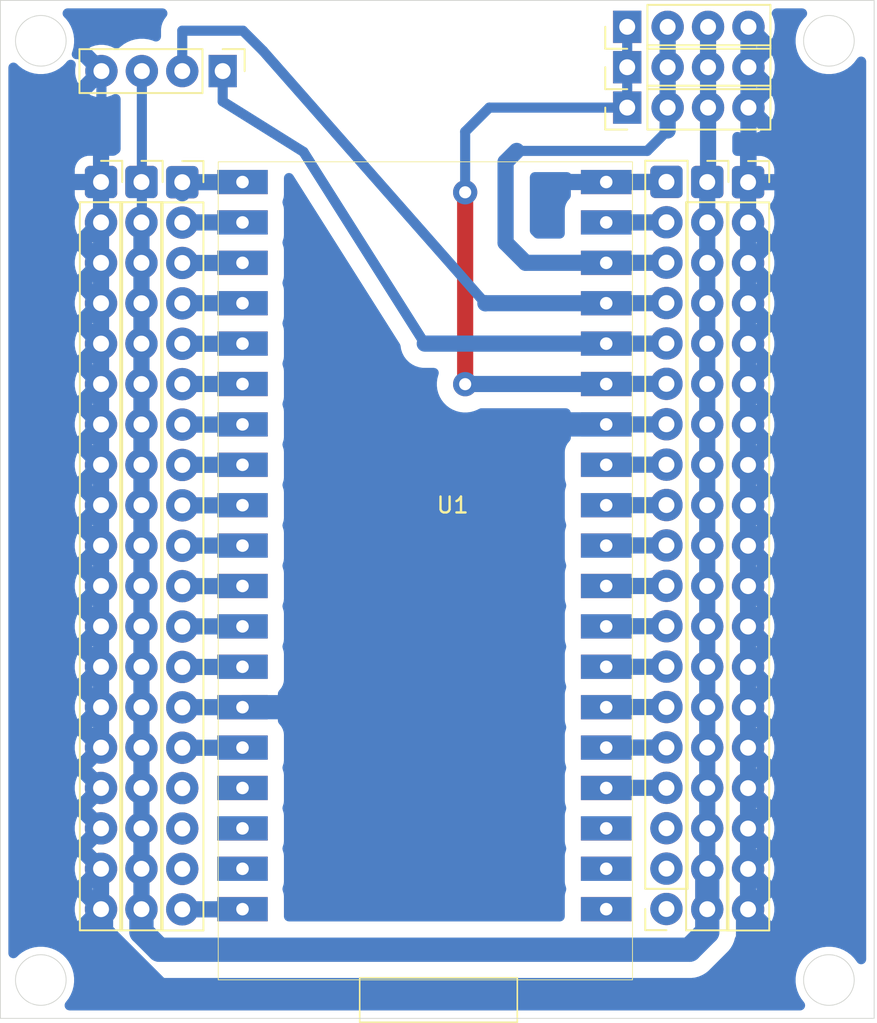
<source format=kicad_pcb>
(kicad_pcb (version 20241229) (generator "pcbnew") (generator_version "9.0")
  (layers (0 "F.Cu" signal) (2 "B.Cu" signal) (13 "F.Paste" user) (15 "B.Paste" user) (5 "F.SilkS" user "F.Silkscreen") (7 "B.SilkS" user "B.Silkscreen") (1 "F.Mask" user) (3 "B.Mask" user) (25 "Edge.Cuts" user))
  (net 0 "")
  (net 1 "SIG1")
  (net 2 "3V3")
  (net 3 "GND")
  (net 4 "SIG2")
  (net 5 "ADC1")
  (net 6 "ADC2")
  (net 7 "I2C_SDA")
  (net 8 "I2C_SCL")
  (net 9 "U0_RX")
  (net 10 "U0_TX")
  (net 11 "ADC3")
  (net 12 "SPI_CS")
  (net 13 "SPI_MOSI")
  (net 14 "SPI_SCK")
  (net 15 "SPI_MISO")
  (net 16 "ADC4")
  (net 17 "DAC1")
  (net 18 "DAC2")
  (net 19 "SPI2_MOSI")
  (net 20 "SPI2_MISO")
  (net 21 "SPI2_CS")
  (net 22 "SPI2_SCK")
  (net 28 "5V")
  (net 30 "IO34")
  (net 31 "IO35")
  (net 32 "IO32")
  (net 33 "IO33")
  (net 34 "SENSOR_VP")
  (net 35 "SENSOR_VN")
  (net 36 "EN")
  (footprint "ESP32-DEVKITC-32D:PinHeader_1x04_P2.54mm_Vertical_tight" (layer "F.Cu") (at 39.395 1.661 90)
    (property "Reference" "J8" (hide yes))
    (property "Value" "I2C3" (hide yes))
    (fp_line (start -1.38 -1.38) (end 0 -1.38) (stroke (width 0.12)) (layer "F.SilkS"))
    (fp_line (start -1.38 0) (end -1.38 -1.38) (stroke (width 0.12)) (layer "F.SilkS"))
    (fp_line (start 1.38 1.27) (end 1.38 9) (stroke (width 0.12)) (layer "F.SilkS"))
    (fp_line (start -1.38 1.27) (end 1.38 1.27) (stroke (width 0.12)) (layer "F.SilkS"))
    (fp_line (start -1.38 1.27) (end -1.38 9) (stroke (width 0.12)) (layer "F.SilkS"))
    (fp_line (start -1.38 9) (end 1.38 9) (stroke (width 0.12)) (layer "F.SilkS"))
    (pad "1" thru_hole rect (at 0 0 90) (size 2.032 1.778) (drill 1) (layers "*.Cu" "*.Mask") (net 7 "I2C_SDA"))
    (pad "2" thru_hole circle (at 0 2.54 90) (size 2.032 2.032) (drill 1) (layers "*.Cu" "*.Mask") (net 8 "I2C_SCL"))
    (pad "3" thru_hole circle (at 0 5.08 90) (size 2.032 2.032) (drill 1) (layers "*.Cu" "*.Mask") (net 2 "3V3"))
    (pad "4" thru_hole circle (at 0 7.62 90) (size 2.032 2.032) (drill 1) (layers "*.Cu" "*.Mask") (net 3 "GND"))
  )
  (footprint "ESP32-DEVKITC-32D:PinHeader_1x04_P2.54mm_Vertical_tight" (layer "F.Cu") (at 39.395 6.741 90)
    (property "Reference" "J6" (hide yes))
    (property "Value" "I2C1" (hide yes))
    (fp_line (start -1.38 -1.38) (end 0 -1.38) (stroke (width 0.12)) (layer "F.SilkS"))
    (fp_line (start -1.38 0) (end -1.38 -1.38) (stroke (width 0.12)) (layer "F.SilkS"))
    (fp_line (start 1.38 1.27) (end 1.38 9) (stroke (width 0.12)) (layer "F.SilkS"))
    (fp_line (start -1.38 1.27) (end 1.38 1.27) (stroke (width 0.12)) (layer "F.SilkS"))
    (fp_line (start -1.38 1.27) (end -1.38 9) (stroke (width 0.12)) (layer "F.SilkS"))
    (fp_line (start -1.38 9) (end 1.38 9) (stroke (width 0.12)) (layer "F.SilkS"))
    (pad "1" thru_hole rect (at 0 0 90) (size 2.032 1.778) (drill 1) (layers "*.Cu" "*.Mask") (net 7 "I2C_SDA"))
    (pad "2" thru_hole circle (at 0 2.54 90) (size 2.032 2.032) (drill 1) (layers "*.Cu" "*.Mask") (net 8 "I2C_SCL"))
    (pad "3" thru_hole circle (at 0 5.08 90) (size 2.032 2.032) (drill 1) (layers "*.Cu" "*.Mask") (net 2 "3V3"))
    (pad "4" thru_hole circle (at 0 7.62 90) (size 2.032 2.032) (drill 1) (layers "*.Cu" "*.Mask") (net 3 "GND"))
  )
  (footprint "ESP32-DEVKITC-32D:PinSocket_1x19_P2.54mm_Vertical_Tight" (layer "F.Cu") (at 6.325 11.42)
    (property "Reference" "J28" (hide yes))
    (property "Value" "S2_GND" (hide yes))
    (fp_line (start -1.33 1.27) (end -1.33 47.05) (stroke (width 0.12)) (layer "F.SilkS"))
    (fp_line (start -1.33 1.27) (end 1.33 1.27) (stroke (width 0.12)) (layer "F.SilkS"))
    (fp_line (start -1.33 47.05) (end 1.33 47.05) (stroke (width 0.12)) (layer "F.SilkS"))
    (fp_line (start 0 -1.33) (end 1.33 -1.33) (stroke (width 0.12)) (layer "F.SilkS"))
    (fp_line (start 1.33 -1.33) (end 1.33 0) (stroke (width 0.12)) (layer "F.SilkS"))
    (fp_line (start 1.33 1.27) (end 1.33 47.05) (stroke (width 0.12)) (layer "F.SilkS"))
    (pad "1" thru_hole roundrect (at 0 0) (size 2.032 2.032) (drill 1) (layers "*.Cu" "*.Mask") (roundrect_rratio 0.15) (net 3 "GND"))
    (pad "2" thru_hole circle (at 0 2.54) (size 2.032 2.032) (drill 1) (layers "*.Cu" "*.Mask") (net 3 "GND"))
    (pad "3" thru_hole circle (at 0 5.08) (size 2.032 2.032) (drill 1) (layers "*.Cu" "*.Mask") (net 3 "GND"))
    (pad "4" thru_hole circle (at 0 7.62) (size 2.032 2.032) (drill 1) (layers "*.Cu" "*.Mask") (net 3 "GND"))
    (pad "5" thru_hole circle (at 0 10.16) (size 2.032 2.032) (drill 1) (layers "*.Cu" "*.Mask") (net 3 "GND"))
    (pad "6" thru_hole circle (at 0 12.7) (size 2.032 2.032) (drill 1) (layers "*.Cu" "*.Mask") (net 3 "GND"))
    (pad "7" thru_hole circle (at 0 15.24) (size 2.032 2.032) (drill 1) (layers "*.Cu" "*.Mask") (net 3 "GND"))
    (pad "8" thru_hole circle (at 0 17.78) (size 2.032 2.032) (drill 1) (layers "*.Cu" "*.Mask") (net 3 "GND"))
    (pad "9" thru_hole circle (at 0 20.32) (size 2.032 2.032) (drill 1) (layers "*.Cu" "*.Mask") (net 3 "GND"))
    (pad "10" thru_hole circle (at 0 22.86) (size 2.032 2.032) (drill 1) (layers "*.Cu" "*.Mask") (net 3 "GND"))
    (pad "11" thru_hole circle (at 0 25.4) (size 2.032 2.032) (drill 1) (layers "*.Cu" "*.Mask") (net 3 "GND"))
    (pad "12" thru_hole circle (at 0 27.94) (size 2.032 2.032) (drill 1) (layers "*.Cu" "*.Mask") (net 3 "GND"))
    (pad "13" thru_hole circle (at 0 30.48) (size 2.032 2.032) (drill 1) (layers "*.Cu" "*.Mask") (net 3 "GND"))
    (pad "14" thru_hole circle (at 0 33.02) (size 2.032 2.032) (drill 1) (layers "*.Cu" "*.Mask") (net 3 "GND"))
    (pad "15" thru_hole circle (at 0 35.56) (size 2.032 2.032) (drill 1) (layers "*.Cu" "*.Mask") (net 3 "GND"))
    (pad "16" thru_hole circle (at 0 38.1) (size 2.032 2.032) (drill 1) (layers "*.Cu" "*.Mask") (net 3 "GND"))
    (pad "17" thru_hole circle (at 0 40.64) (size 2.032 2.032) (drill 1) (layers "*.Cu" "*.Mask") (net 3 "GND"))
    (pad "18" thru_hole circle (at 0 43.18) (size 2.032 2.032) (drill 1) (layers "*.Cu" "*.Mask") (net 3 "GND"))
    (pad "19" thru_hole circle (at 0 45.72) (size 2.032 2.032) (drill 1) (layers "*.Cu" "*.Mask") (net 3 "GND"))
  )
  (footprint "ESP32-DEVKITC-32D:PinSocket_1x19_P2.54mm_Vertical_Tight" (layer "F.Cu") (at 44.425 11.42)
    (property "Reference" "J25" (hide yes))
    (property "Value" "S1_VCC" (hide yes))
    (fp_line (start -1.33 1.27) (end -1.33 47.05) (stroke (width 0.12)) (layer "F.SilkS"))
    (fp_line (start -1.33 1.27) (end 1.33 1.27) (stroke (width 0.12)) (layer "F.SilkS"))
    (fp_line (start -1.33 47.05) (end 1.33 47.05) (stroke (width 0.12)) (layer "F.SilkS"))
    (fp_line (start 0 -1.33) (end 1.33 -1.33) (stroke (width 0.12)) (layer "F.SilkS"))
    (fp_line (start 1.33 -1.33) (end 1.33 0) (stroke (width 0.12)) (layer "F.SilkS"))
    (fp_line (start 1.33 1.27) (end 1.33 47.05) (stroke (width 0.12)) (layer "F.SilkS"))
    (pad "1" thru_hole roundrect (at 0 0) (size 2.032 2.032) (drill 1) (layers "*.Cu" "*.Mask") (roundrect_rratio 0.15) (net 2 "3V3"))
    (pad "2" thru_hole circle (at 0 2.54) (size 2.032 2.032) (drill 1) (layers "*.Cu" "*.Mask") (net 2 "3V3"))
    (pad "3" thru_hole circle (at 0 5.08) (size 2.032 2.032) (drill 1) (layers "*.Cu" "*.Mask") (net 2 "3V3"))
    (pad "4" thru_hole circle (at 0 7.62) (size 2.032 2.032) (drill 1) (layers "*.Cu" "*.Mask") (net 2 "3V3"))
    (pad "5" thru_hole circle (at 0 10.16) (size 2.032 2.032) (drill 1) (layers "*.Cu" "*.Mask") (net 2 "3V3"))
    (pad "6" thru_hole circle (at 0 12.7) (size 2.032 2.032) (drill 1) (layers "*.Cu" "*.Mask") (net 2 "3V3"))
    (pad "7" thru_hole circle (at 0 15.24) (size 2.032 2.032) (drill 1) (layers "*.Cu" "*.Mask") (net 2 "3V3"))
    (pad "8" thru_hole circle (at 0 17.78) (size 2.032 2.032) (drill 1) (layers "*.Cu" "*.Mask") (net 2 "3V3"))
    (pad "9" thru_hole circle (at 0 20.32) (size 2.032 2.032) (drill 1) (layers "*.Cu" "*.Mask") (net 2 "3V3"))
    (pad "10" thru_hole circle (at 0 22.86) (size 2.032 2.032) (drill 1) (layers "*.Cu" "*.Mask") (net 2 "3V3"))
    (pad "11" thru_hole circle (at 0 25.4) (size 2.032 2.032) (drill 1) (layers "*.Cu" "*.Mask") (net 2 "3V3"))
    (pad "12" thru_hole circle (at 0 27.94) (size 2.032 2.032) (drill 1) (layers "*.Cu" "*.Mask") (net 2 "3V3"))
    (pad "13" thru_hole circle (at 0 30.48) (size 2.032 2.032) (drill 1) (layers "*.Cu" "*.Mask") (net 2 "3V3"))
    (pad "14" thru_hole circle (at 0 33.02) (size 2.032 2.032) (drill 1) (layers "*.Cu" "*.Mask") (net 2 "3V3"))
    (pad "15" thru_hole circle (at 0 35.56) (size 2.032 2.032) (drill 1) (layers "*.Cu" "*.Mask") (net 2 "3V3"))
    (pad "16" thru_hole circle (at 0 38.1) (size 2.032 2.032) (drill 1) (layers "*.Cu" "*.Mask") (net 2 "3V3"))
    (pad "17" thru_hole circle (at 0 40.64) (size 2.032 2.032) (drill 1) (layers "*.Cu" "*.Mask") (net 2 "3V3"))
    (pad "18" thru_hole circle (at 0 43.18) (size 2.032 2.032) (drill 1) (layers "*.Cu" "*.Mask") (net 2 "3V3"))
    (pad "19" thru_hole circle (at 0 45.72) (size 2.032 2.032) (drill 1) (layers "*.Cu" "*.Mask") (net 2 "3V3"))
  )
  (footprint "ESP32-DEVKITC-32D:PinSocket_1x19_P2.54mm_Vertical_Tight" (layer "F.Cu") (at 46.99 11.43)
    (property "Reference" "J26" (hide yes))
    (property "Value" "S1_GND" (hide yes))
    (fp_line (start -1.33 1.27) (end -1.33 47.05) (stroke (width 0.12)) (layer "F.SilkS"))
    (fp_line (start -1.33 1.27) (end 1.33 1.27) (stroke (width 0.12)) (layer "F.SilkS"))
    (fp_line (start -1.33 47.05) (end 1.33 47.05) (stroke (width 0.12)) (layer "F.SilkS"))
    (fp_line (start 0 -1.33) (end 1.33 -1.33) (stroke (width 0.12)) (layer "F.SilkS"))
    (fp_line (start 1.33 -1.33) (end 1.33 0) (stroke (width 0.12)) (layer "F.SilkS"))
    (fp_line (start 1.33 1.27) (end 1.33 47.05) (stroke (width 0.12)) (layer "F.SilkS"))
    (pad "1" thru_hole roundrect (at 0 0) (size 2.032 2.032) (drill 1) (layers "*.Cu" "*.Mask") (roundrect_rratio 0.15) (net 3 "GND"))
    (pad "2" thru_hole circle (at 0 2.54) (size 2.032 2.032) (drill 1) (layers "*.Cu" "*.Mask") (net 3 "GND"))
    (pad "3" thru_hole circle (at 0 5.08) (size 2.032 2.032) (drill 1) (layers "*.Cu" "*.Mask") (net 3 "GND"))
    (pad "4" thru_hole circle (at 0 7.62) (size 2.032 2.032) (drill 1) (layers "*.Cu" "*.Mask") (net 3 "GND"))
    (pad "5" thru_hole circle (at 0 10.16) (size 2.032 2.032) (drill 1) (layers "*.Cu" "*.Mask") (net 3 "GND"))
    (pad "6" thru_hole circle (at 0 12.7) (size 2.032 2.032) (drill 1) (layers "*.Cu" "*.Mask") (net 3 "GND"))
    (pad "7" thru_hole circle (at 0 15.24) (size 2.032 2.032) (drill 1) (layers "*.Cu" "*.Mask") (net 3 "GND"))
    (pad "8" thru_hole circle (at 0 17.78) (size 2.032 2.032) (drill 1) (layers "*.Cu" "*.Mask") (net 3 "GND"))
    (pad "9" thru_hole circle (at 0 20.32) (size 2.032 2.032) (drill 1) (layers "*.Cu" "*.Mask") (net 3 "GND"))
    (pad "10" thru_hole circle (at 0 22.86) (size 2.032 2.032) (drill 1) (layers "*.Cu" "*.Mask") (net 3 "GND"))
    (pad "11" thru_hole circle (at 0 25.4) (size 2.032 2.032) (drill 1) (layers "*.Cu" "*.Mask") (net 3 "GND"))
    (pad "12" thru_hole circle (at 0 27.94) (size 2.032 2.032) (drill 1) (layers "*.Cu" "*.Mask") (net 3 "GND"))
    (pad "13" thru_hole circle (at 0 30.48) (size 2.032 2.032) (drill 1) (layers "*.Cu" "*.Mask") (net 3 "GND"))
    (pad "14" thru_hole circle (at 0 33.02) (size 2.032 2.032) (drill 1) (layers "*.Cu" "*.Mask") (net 3 "GND"))
    (pad "15" thru_hole circle (at 0 35.56) (size 2.032 2.032) (drill 1) (layers "*.Cu" "*.Mask") (net 3 "GND"))
    (pad "16" thru_hole circle (at 0 38.1) (size 2.032 2.032) (drill 1) (layers "*.Cu" "*.Mask") (net 3 "GND"))
    (pad "17" thru_hole circle (at 0 40.64) (size 2.032 2.032) (drill 1) (layers "*.Cu" "*.Mask") (net 3 "GND"))
    (pad "18" thru_hole circle (at 0 43.18) (size 2.032 2.032) (drill 1) (layers "*.Cu" "*.Mask") (net 3 "GND"))
    (pad "19" thru_hole circle (at 0 45.72) (size 2.032 2.032) (drill 1) (layers "*.Cu" "*.Mask") (net 3 "GND"))
  )
  (footprint "ESP32-DEVKITC-32D:PinSocket_1x19_P2.54mm_Vertical_Tight" (layer "F.Cu") (at 41.86 57.13 180)
    (property "Reference" "J24" (hide yes))
    (property "Value" "s1" (hide yes))
    (fp_line (start 1.33 1.27) (end 1.33 47.05) (stroke (width 0.12)) (layer "F.SilkS"))
    (fp_line (start 1.33 -1.33) (end 1.33 0) (stroke (width 0.12)) (layer "F.SilkS"))
    (fp_line (start 0 -1.33) (end 1.33 -1.33) (stroke (width 0.12)) (layer "F.SilkS"))
    (fp_line (start -1.33 47.05) (end 1.33 47.05) (stroke (width 0.12)) (layer "F.SilkS"))
    (fp_line (start -1.33 1.27) (end 1.33 1.27) (stroke (width 0.12)) (layer "F.SilkS"))
    (fp_line (start -1.33 1.27) (end -1.33 47.05) (stroke (width 0.12)) (layer "F.SilkS"))
    (pad "1" thru_hole circle (at 0 0 180) (size 2.032 2.032) (drill 1) (layers "*.Cu" "*.Mask"))
    (pad "2" thru_hole circle (at 0 2.54 180) (size 2.032 2.032) (drill 1) (layers "*.Cu" "*.Mask"))
    (pad "3" thru_hole circle (at 0 5.08 180) (size 2.032 2.032) (drill 1) (layers "*.Cu" "*.Mask"))
    (pad "4" thru_hole circle (at 0 7.62 180) (size 2.032 2.032) (drill 1) (layers "*.Cu" "*.Mask") (net 16 "ADC4"))
    (pad "5" thru_hole circle (at 0 10.16 180) (size 2.032 2.032) (drill 1) (layers "*.Cu" "*.Mask") (net 11 "ADC3"))
    (pad "6" thru_hole circle (at 0 12.7 180) (size 2.032 2.032) (drill 1) (layers "*.Cu" "*.Mask") (net 6 "ADC2"))
    (pad "7" thru_hole circle (at 0 15.24 180) (size 2.032 2.032) (drill 1) (layers "*.Cu" "*.Mask") (net 5 "ADC1"))
    (pad "8" thru_hole circle (at 0 17.78 180) (size 2.032 2.032) (drill 1) (layers "*.Cu" "*.Mask") (net 4 "SIG2"))
    (pad "9" thru_hole circle (at 0 20.32 180) (size 2.032 2.032) (drill 1) (layers "*.Cu" "*.Mask") (net 1 "SIG1"))
    (pad "10" thru_hole circle (at 0 22.86 180) (size 2.032 2.032) (drill 1) (layers "*.Cu" "*.Mask") (net 12 "SPI_CS"))
    (pad "11" thru_hole circle (at 0 25.4 180) (size 2.032 2.032) (drill 1) (layers "*.Cu" "*.Mask") (net 14 "SPI_SCK"))
    (pad "12" thru_hole circle (at 0 27.94 180) (size 2.032 2.032) (drill 1) (layers "*.Cu" "*.Mask") (net 15 "SPI_MISO"))
    (pad "13" thru_hole circle (at 0 30.48 180) (size 2.032 2.032) (drill 1) (layers "*.Cu" "*.Mask") (net 3 "GND"))
    (pad "14" thru_hole circle (at 0 33.02 180) (size 2.032 2.032) (drill 1) (layers "*.Cu" "*.Mask") (net 7 "I2C_SDA"))
    (pad "15" thru_hole circle (at 0 35.56 180) (size 2.032 2.032) (drill 1) (layers "*.Cu" "*.Mask") (net 10 "U0_TX"))
    (pad "16" thru_hole circle (at 0 38.1 180) (size 2.032 2.032) (drill 1) (layers "*.Cu" "*.Mask") (net 9 "U0_RX"))
    (pad "17" thru_hole circle (at 0 40.64 180) (size 2.032 2.032) (drill 1) (layers "*.Cu" "*.Mask") (net 8 "I2C_SCL"))
    (pad "18" thru_hole circle (at 0 43.18 180) (size 2.032 2.032) (drill 1) (layers "*.Cu" "*.Mask") (net 13 "SPI_MOSI"))
    (pad "19" thru_hole roundrect (at 0 45.72 180) (size 2.032 2.032) (drill 1) (layers "*.Cu" "*.Mask") (roundrect_rratio 0.15) (net 3 "GND"))
  )
  (footprint "ESP32-DEVKITC-32D:PinSocket_1x19_P2.54mm_Vertical_Tight" (layer "F.Cu") (at 8.865 11.42)
    (property "Reference" "J27" (hide yes))
    (property "Value" "S2_VCC" (hide yes))
    (fp_line (start -1.33 1.27) (end -1.33 47.05) (stroke (width 0.12)) (layer "F.SilkS"))
    (fp_line (start -1.33 1.27) (end 1.33 1.27) (stroke (width 0.12)) (layer "F.SilkS"))
    (fp_line (start -1.33 47.05) (end 1.33 47.05) (stroke (width 0.12)) (layer "F.SilkS"))
    (fp_line (start 0 -1.33) (end 1.33 -1.33) (stroke (width 0.12)) (layer "F.SilkS"))
    (fp_line (start 1.33 -1.33) (end 1.33 0) (stroke (width 0.12)) (layer "F.SilkS"))
    (fp_line (start 1.33 1.27) (end 1.33 47.05) (stroke (width 0.12)) (layer "F.SilkS"))
    (pad "1" thru_hole roundrect (at 0 0) (size 2.032 2.032) (drill 1) (layers "*.Cu" "*.Mask") (roundrect_rratio 0.15) (net 2 "3V3"))
    (pad "2" thru_hole circle (at 0 2.54) (size 2.032 2.032) (drill 1) (layers "*.Cu" "*.Mask") (net 2 "3V3"))
    (pad "3" thru_hole circle (at 0 5.08) (size 2.032 2.032) (drill 1) (layers "*.Cu" "*.Mask") (net 2 "3V3"))
    (pad "4" thru_hole circle (at 0 7.62) (size 2.032 2.032) (drill 1) (layers "*.Cu" "*.Mask") (net 2 "3V3"))
    (pad "5" thru_hole circle (at 0 10.16) (size 2.032 2.032) (drill 1) (layers "*.Cu" "*.Mask") (net 2 "3V3"))
    (pad "6" thru_hole circle (at 0 12.7) (size 2.032 2.032) (drill 1) (layers "*.Cu" "*.Mask") (net 2 "3V3"))
    (pad "7" thru_hole circle (at 0 15.24) (size 2.032 2.032) (drill 1) (layers "*.Cu" "*.Mask") (net 2 "3V3"))
    (pad "8" thru_hole circle (at 0 17.78) (size 2.032 2.032) (drill 1) (layers "*.Cu" "*.Mask") (net 2 "3V3"))
    (pad "9" thru_hole circle (at 0 20.32) (size 2.032 2.032) (drill 1) (layers "*.Cu" "*.Mask") (net 2 "3V3"))
    (pad "10" thru_hole circle (at 0 22.86) (size 2.032 2.032) (drill 1) (layers "*.Cu" "*.Mask") (net 2 "3V3"))
    (pad "11" thru_hole circle (at 0 25.4) (size 2.032 2.032) (drill 1) (layers "*.Cu" "*.Mask") (net 2 "3V3"))
    (pad "12" thru_hole circle (at 0 27.94) (size 2.032 2.032) (drill 1) (layers "*.Cu" "*.Mask") (net 2 "3V3"))
    (pad "13" thru_hole circle (at 0 30.48) (size 2.032 2.032) (drill 1) (layers "*.Cu" "*.Mask") (net 2 "3V3"))
    (pad "14" thru_hole circle (at 0 33.02) (size 2.032 2.032) (drill 1) (layers "*.Cu" "*.Mask") (net 2 "3V3"))
    (pad "15" thru_hole circle (at 0 35.56) (size 2.032 2.032) (drill 1) (layers "*.Cu" "*.Mask") (net 2 "3V3"))
    (pad "16" thru_hole circle (at 0 38.1) (size 2.032 2.032) (drill 1) (layers "*.Cu" "*.Mask") (net 2 "3V3"))
    (pad "17" thru_hole circle (at 0 40.64) (size 2.032 2.032) (drill 1) (layers "*.Cu" "*.Mask") (net 2 "3V3"))
    (pad "18" thru_hole circle (at 0 43.18) (size 2.032 2.032) (drill 1) (layers "*.Cu" "*.Mask") (net 2 "3V3"))
    (pad "19" thru_hole circle (at 0 45.72) (size 2.032 2.032) (drill 1) (layers "*.Cu" "*.Mask") (net 2 "3V3"))
  )
  (footprint "ESP32-DEVKITC-32D:PinHeader_1x04_P2.54mm_Vertical_tight" (layer "F.Cu") (at 39.395 4.201 90)
    (property "Reference" "J7" (hide yes))
    (property "Value" "I2C2" (hide yes))
    (fp_line (start -1.38 -1.38) (end 0 -1.38) (stroke (width 0.12)) (layer "F.SilkS"))
    (fp_line (start -1.38 0) (end -1.38 -1.38) (stroke (width 0.12)) (layer "F.SilkS"))
    (fp_line (start 1.38 1.27) (end 1.38 9) (stroke (width 0.12)) (layer "F.SilkS"))
    (fp_line (start -1.38 1.27) (end 1.38 1.27) (stroke (width 0.12)) (layer "F.SilkS"))
    (fp_line (start -1.38 1.27) (end -1.38 9) (stroke (width 0.12)) (layer "F.SilkS"))
    (fp_line (start -1.38 9) (end 1.38 9) (stroke (width 0.12)) (layer "F.SilkS"))
    (pad "1" thru_hole rect (at 0 0 90) (size 2.032 1.778) (drill 1) (layers "*.Cu" "*.Mask") (net 7 "I2C_SDA"))
    (pad "2" thru_hole circle (at 0 2.54 90) (size 2.032 2.032) (drill 1) (layers "*.Cu" "*.Mask") (net 8 "I2C_SCL"))
    (pad "3" thru_hole circle (at 0 5.08 90) (size 2.032 2.032) (drill 1) (layers "*.Cu" "*.Mask") (net 2 "3V3"))
    (pad "4" thru_hole circle (at 0 7.62 90) (size 2.032 2.032) (drill 1) (layers "*.Cu" "*.Mask") (net 3 "GND"))
  )
  (footprint "ESP32-DEVKITC-32D:PinHeader_1x04_P2.54mm_Vertical_tight" (layer "F.Cu") (at 13.97 4.445 -90)
    (property "Reference" "J10" (hide yes))
    (property "Value" "UART1" (hide yes))
    (fp_line (start -1.38 9) (end 1.38 9) (stroke (width 0.12)) (layer "F.SilkS"))
    (fp_line (start -1.38 1.27) (end -1.38 9) (stroke (width 0.12)) (layer "F.SilkS"))
    (fp_line (start -1.38 1.27) (end 1.38 1.27) (stroke (width 0.12)) (layer "F.SilkS"))
    (fp_line (start 1.38 1.27) (end 1.38 9) (stroke (width 0.12)) (layer "F.SilkS"))
    (fp_line (start -1.38 0) (end -1.38 -1.38) (stroke (width 0.12)) (layer "F.SilkS"))
    (fp_line (start -1.38 -1.38) (end 0 -1.38) (stroke (width 0.12)) (layer "F.SilkS"))
    (pad "1" thru_hole rect (at 0 0 270) (size 2.032 1.778) (drill 1) (layers "*.Cu" "*.Mask") (net 10 "U0_TX"))
    (pad "2" thru_hole circle (at 0 2.54 270) (size 2.032 2.032) (drill 1) (layers "*.Cu" "*.Mask") (net 9 "U0_RX"))
    (pad "3" thru_hole circle (at 0 5.08 270) (size 2.032 2.032) (drill 1) (layers "*.Cu" "*.Mask") (net 2 "3V3"))
    (pad "4" thru_hole circle (at 0 7.62 270) (size 2.032 2.032) (drill 1) (layers "*.Cu" "*.Mask") (net 3 "GND"))
  )
  (footprint "ESP32-DEVKITC-32D:MODULE_ESP32-DEVKITC-32D-THT" (layer "F.Cu") (at 27.915 31.74)
    (property "Reference" "U1" (at 0.508 0 0) (layer "F.SilkS") (effects (font (size 1.000386 1.000386))))
    (property "Value" "ESP32-DEVKITC-32D")
    (fp_rect (start -14.224 -21.59) (end 11.811 29.845) (stroke (width 0.05)) (fill no) (layer "F.SilkS"))
    (fp_rect (start -5.334 29.718) (end 4.572 32.512) (stroke (width 0.1)) (fill no) (layer "F.SilkS"))
    (pad "J2-1" thru_hole rect (at -12.7 -20.32) (size 3.175 1.524) (drill 0.7874) (layers "*.Cu" "*.Mask") (net 2 "3V3"))
    (pad "J2-2" thru_hole rect (at -12.7 -17.78) (size 3.175 1.524) (drill 0.7874) (layers "*.Cu" "*.Mask") (net 36 "EN"))
    (pad "J2-3" thru_hole rect (at -12.7 -15.24) (size 3.175 1.524) (drill 0.7874) (layers "*.Cu" "*.Mask") (net 34 "SENSOR_VP"))
    (pad "J2-4" thru_hole rect (at -12.7 -12.7) (size 3.175 1.524) (drill 0.7874) (layers "*.Cu" "*.Mask") (net 35 "SENSOR_VN"))
    (pad "J2-5" thru_hole rect (at -12.7 -10.16) (size 3.175 1.524) (drill 0.7874) (layers "*.Cu" "*.Mask") (net 30 "IO34"))
    (pad "J2-6" thru_hole rect (at -12.7 -7.62) (size 3.175 1.524) (drill 0.7874) (layers "*.Cu" "*.Mask") (net 31 "IO35"))
    (pad "J2-7" thru_hole rect (at -12.7 -5.08) (size 3.175 1.524) (drill 0.7874) (layers "*.Cu" "*.Mask") (net 32 "IO32"))
    (pad "J2-8" thru_hole rect (at -12.7 -2.54) (size 3.175 1.524) (drill 0.7874) (layers "*.Cu" "*.Mask") (net 33 "IO33"))
    (pad "J2-9" thru_hole rect (at -12.7 0) (size 3.175 1.524) (drill 0.7874) (layers "*.Cu" "*.Mask") (net 17 "DAC1"))
    (pad "J2-10" thru_hole rect (at -12.7 2.54) (size 3.175 1.524) (drill 0.7874) (layers "*.Cu" "*.Mask") (net 18 "DAC2"))
    (pad "J2-11" thru_hole rect (at -12.7 5.08) (size 3.175 1.524) (drill 0.7874) (layers "*.Cu" "*.Mask") (net 21 "SPI2_CS"))
    (pad "J2-12" thru_hole rect (at -12.7 7.62) (size 3.175 1.524) (drill 0.7874) (layers "*.Cu" "*.Mask") (net 22 "SPI2_SCK"))
    (pad "J2-13" thru_hole rect (at -12.7 10.16) (size 3.175 1.524) (drill 0.7874) (layers "*.Cu" "*.Mask") (net 20 "SPI2_MISO"))
    (pad "J2-14" thru_hole rect (at -12.7 12.7) (size 3.175 1.524) (drill 0.7874) (layers "*.Cu" "*.Mask") (net 3 "GND"))
    (pad "J2-15" thru_hole rect (at -12.7 15.24) (size 3.175 1.524) (drill 0.7874) (layers "*.Cu" "*.Mask") (net 19 "SPI2_MOSI"))
    (pad "J2-16" thru_hole rect (at -12.7 17.78) (size 3.175 1.524) (drill 0.7874) (layers "*.Cu" "*.Mask"))
    (pad "J2-17" thru_hole rect (at -12.7 20.32) (size 3.175 1.524) (drill 0.7874) (layers "*.Cu" "*.Mask"))
    (pad "J2-18" thru_hole rect (at -12.7 22.86) (size 3.175 1.524) (drill 0.7874) (layers "*.Cu" "*.Mask"))
    (pad "J2-19" thru_hole rect (at -12.7 25.4) (size 3.175 1.524) (drill 0.7874) (layers "*.Cu" "*.Mask") (net 28 "5V"))
    (pad "J3-1" thru_hole rect (at 10.16 -20.32) (size 3.175 1.524) (drill 0.7874) (layers "*.Cu" "*.Mask") (net 3 "GND"))
    (pad "J3-2" thru_hole rect (at 10.16 -17.78) (size 3.175 1.524) (drill 0.7874) (layers "*.Cu" "*.Mask") (net 13 "SPI_MOSI"))
    (pad "J3-3" thru_hole rect (at 10.16 -15.24) (size 3.175 1.524) (drill 0.7874) (layers "*.Cu" "*.Mask") (net 8 "I2C_SCL"))
    (pad "J3-4" thru_hole rect (at 10.16 -12.7) (size 3.175 1.524) (drill 0.7874) (layers "*.Cu" "*.Mask") (net 9 "U0_RX"))
    (pad "J3-5" thru_hole rect (at 10.16 -10.16) (size 3.175 1.524) (drill 0.7874) (layers "*.Cu" "*.Mask") (net 10 "U0_TX"))
    (pad "J3-6" thru_hole rect (at 10.16 -7.62) (size 3.175 1.524) (drill 0.7874) (layers "*.Cu" "*.Mask") (net 7 "I2C_SDA"))
    (pad "J3-7" thru_hole rect (at 10.16 -5.08) (size 3.175 1.524) (drill 0.7874) (layers "*.Cu" "*.Mask") (net 3 "GND"))
    (pad "J3-8" thru_hole rect (at 10.16 -2.54) (size 3.175 1.524) (drill 0.7874) (layers "*.Cu" "*.Mask") (net 15 "SPI_MISO"))
    (pad "J3-9" thru_hole rect (at 10.16 0) (size 3.175 1.524) (drill 0.7874) (layers "*.Cu" "*.Mask") (net 14 "SPI_SCK"))
    (pad "J3-10" thru_hole rect (at 10.16 2.54) (size 3.175 1.524) (drill 0.7874) (layers "*.Cu" "*.Mask") (net 12 "SPI_CS"))
    (pad "J3-11" thru_hole rect (at 10.16 5.08) (size 3.175 1.524) (drill 0.7874) (layers "*.Cu" "*.Mask") (net 1 "SIG1"))
    (pad "J3-12" thru_hole rect (at 10.16 7.62) (size 3.175 1.524) (drill 0.7874) (layers "*.Cu" "*.Mask") (net 4 "SIG2"))
    (pad "J3-13" thru_hole rect (at 10.16 10.16) (size 3.175 1.524) (drill 0.7874) (layers "*.Cu" "*.Mask") (net 5 "ADC1"))
    (pad "J3-14" thru_hole rect (at 10.16 12.7) (size 3.175 1.524) (drill 0.7874) (layers "*.Cu" "*.Mask") (net 6 "ADC2"))
    (pad "J3-15" thru_hole rect (at 10.16 15.24) (size 3.175 1.524) (drill 0.7874) (layers "*.Cu" "*.Mask") (net 11 "ADC3"))
    (pad "J3-16" thru_hole rect (at 10.16 17.78) (size 3.175 1.524) (drill 0.7874) (layers "*.Cu" "*.Mask") (net 16 "ADC4"))
    (pad "J3-17" thru_hole rect (at 10.16 20.32) (size 3.175 1.524) (drill 0.7874) (layers "*.Cu" "*.Mask"))
    (pad "J3-18" thru_hole rect (at 10.16 22.86) (size 3.175 1.524) (drill 0.7874) (layers "*.Cu" "*.Mask"))
    (pad "J3-19" thru_hole rect (at 10.16 25.4) (size 3.175 1.524) (drill 0.7874) (layers "*.Cu" "*.Mask"))
  )
  (footprint "ESP32-DEVKITC-32D:PinSocket_1x19_P2.54mm_Vertical_Tight" (layer "F.Cu") (at 11.43 11.43)
    (property "Reference" "J23" (hide yes))
    (property "Value" "s2" (hide yes))
    (fp_line (start -1.33 1.27) (end -1.33 47.05) (stroke (width 0.12)) (layer "F.SilkS"))
    (fp_line (start -1.33 1.27) (end 1.33 1.27) (stroke (width 0.12)) (layer "F.SilkS"))
    (fp_line (start -1.33 47.05) (end 1.33 47.05) (stroke (width 0.12)) (layer "F.SilkS"))
    (fp_line (start 0 -1.33) (end 1.33 -1.33) (stroke (width 0.12)) (layer "F.SilkS"))
    (fp_line (start 1.33 -1.33) (end 1.33 0) (stroke (width 0.12)) (layer "F.SilkS"))
    (fp_line (start 1.33 1.27) (end 1.33 47.05) (stroke (width 0.12)) (layer "F.SilkS"))
    (pad "1" thru_hole roundrect (at 0 0) (size 2.032 2.032) (drill 1) (layers "*.Cu" "*.Mask") (roundrect_rratio 0.15) (net 2 "3V3"))
    (pad "2" thru_hole circle (at 0 2.54) (size 2.032 2.032) (drill 1) (layers "*.Cu" "*.Mask") (net 36 "EN"))
    (pad "3" thru_hole circle (at 0 5.08) (size 2.032 2.032) (drill 1) (layers "*.Cu" "*.Mask") (net 34 "SENSOR_VP"))
    (pad "4" thru_hole circle (at 0 7.62) (size 2.032 2.032) (drill 1) (layers "*.Cu" "*.Mask") (net 35 "SENSOR_VN"))
    (pad "5" thru_hole circle (at 0 10.16) (size 2.032 2.032) (drill 1) (layers "*.Cu" "*.Mask") (net 30 "IO34"))
    (pad "6" thru_hole circle (at 0 12.7) (size 2.032 2.032) (drill 1) (layers "*.Cu" "*.Mask") (net 31 "IO35"))
    (pad "7" thru_hole circle (at 0 15.24) (size 2.032 2.032) (drill 1) (layers "*.Cu" "*.Mask") (net 32 "IO32"))
    (pad "8" thru_hole circle (at 0 17.78) (size 2.032 2.032) (drill 1) (layers "*.Cu" "*.Mask") (net 33 "IO33"))
    (pad "9" thru_hole circle (at 0 20.32) (size 2.032 2.032) (drill 1) (layers "*.Cu" "*.Mask") (net 17 "DAC1"))
    (pad "10" thru_hole circle (at 0 22.86) (size 2.032 2.032) (drill 1) (layers "*.Cu" "*.Mask") (net 18 "DAC2"))
    (pad "11" thru_hole circle (at 0 25.4) (size 2.032 2.032) (drill 1) (layers "*.Cu" "*.Mask") (net 21 "SPI2_CS"))
    (pad "12" thru_hole circle (at 0 27.94) (size 2.032 2.032) (drill 1) (layers "*.Cu" "*.Mask") (net 22 "SPI2_SCK"))
    (pad "13" thru_hole circle (at 0 30.48) (size 2.032 2.032) (drill 1) (layers "*.Cu" "*.Mask") (net 20 "SPI2_MISO"))
    (pad "14" thru_hole circle (at 0 33.02) (size 2.032 2.032) (drill 1) (layers "*.Cu" "*.Mask") (net 3 "GND"))
    (pad "15" thru_hole circle (at 0 35.56) (size 2.032 2.032) (drill 1) (layers "*.Cu" "*.Mask") (net 19 "SPI2_MOSI"))
    (pad "16" thru_hole circle (at 0 38.1) (size 2.032 2.032) (drill 1) (layers "*.Cu" "*.Mask"))
    (pad "17" thru_hole circle (at 0 40.64) (size 2.032 2.032) (drill 1) (layers "*.Cu" "*.Mask"))
    (pad "18" thru_hole circle (at 0 43.18) (size 2.032 2.032) (drill 1) (layers "*.Cu" "*.Mask"))
    (pad "19" thru_hole circle (at 0 45.72) (size 2.032 2.032) (drill 1) (layers "*.Cu" "*.Mask") (net 28 "5V"))
  )
  (gr_circle (center 52.07 61.595) (end 52.832 62.992) (stroke (width 0.05)) (fill no) (layer "Edge.Cuts"))
  (gr_circle (center 52.07 2.54) (end 52.832 3.937) (stroke (width 0.05)) (fill no) (layer "Edge.Cuts"))
  (gr_circle (center 2.54 2.54) (end 3.302 3.937) (stroke (width 0.05)) (fill no) (layer "Edge.Cuts"))
  (gr_circle (center 2.54 61.595) (end 3.302 62.992) (stroke (width 0.05)) (fill no) (layer "Edge.Cuts"))
  (gr_rect (start 0 0) (end 54.9148 64.008) (stroke (width 0.05)) (fill no) (layer "Edge.Cuts"))
  (segment (start 38.075 36.82) (end 41.85 36.82) (width 1.016) (layer "B.Cu") (net 1))
  (segment (start 41.85 36.82) (end 41.86 36.81) (width 1.016) (layer "B.Cu") (net 1))
  (segment (start 15.205 11.43) (end 15.215 11.42) (width 1.016) (layer "B.Cu") (net 2))
  (segment (start 44.425 54.6) (end 44.425 52.06) (width 1.016) (layer "B.Cu") (net 2))
  (segment (start 44.425 44.44) (end 44.425 41.9) (width 1.016) (layer "B.Cu") (net 2))
  (segment (start 8.865 52.06) (end 8.865 49.52) (width 1.016) (layer "B.Cu") (net 2))
  (segment (start 8.865 52.06) (end 8.865 54.6) (width 1.016) (layer "B.Cu") (net 2))
  (segment (start 44.425 26.66) (end 44.425 29.2) (width 1.016) (layer "B.Cu") (net 2))
  (segment (start 8.865 58.57684) (end 9.97816 59.69) (width 1.524) (layer "B.Cu") (net 2))
  (segment (start 44.425 13.96) (end 44.425 16.5) (width 1.016) (layer "B.Cu") (net 2))
  (segment (start 44.425 19.04) (end 44.425 21.58) (width 1.016) (layer "B.Cu") (net 2))
  (segment (start 44.425 52.06) (end 44.425 49.52) (width 1.016) (layer "B.Cu") (net 2))
  (segment (start 8.865 26.66) (end 8.865 24.12) (width 1.016) (layer "B.Cu") (net 2))
  (segment (start 44.425 41.9) (end 44.425 39.36) (width 1.016) (layer "B.Cu") (net 2))
  (segment (start 44.475 11.37) (end 44.425 11.42) (width 1.016) (layer "B.Cu") (net 2))
  (segment (start 8.865 39.36) (end 8.865 36.82) (width 1.016) (layer "B.Cu") (net 2))
  (segment (start 44.425 11.42) (end 44.425 13.96) (width 1.016) (layer "B.Cu") (net 2))
  (segment (start 8.865 44.44) (end 8.865 41.9) (width 1.016) (layer "B.Cu") (net 2))
  (segment (start 44.425 21.58) (end 44.425 24.12) (width 1.016) (layer "B.Cu") (net 2))
  (segment (start 44.425 49.52) (end 44.425 46.98) (width 1.016) (layer "B.Cu") (net 2))
  (segment (start 8.865 21.58) (end 8.865 19.04) (width 1.016) (layer "B.Cu") (net 2))
  (segment (start 8.865 16.5) (end 8.865 19.04) (width 1.016) (layer "B.Cu") (net 2))
  (segment (start 44.425 16.5) (end 44.425 19.04) (width 1.016) (layer "B.Cu") (net 2))
  (segment (start 44.425 58.57684) (end 44.425 57.14) (width 1.524) (layer "B.Cu") (net 2))
  (segment (start 44.475 4.201) (end 44.475 6.741) (width 1.016) (layer "B.Cu") (net 2))
  (segment (start 43.31184 59.69) (end 44.425 58.57684) (width 1.524) (layer "B.Cu") (net 2))
  (segment (start 9.97816 59.69) (end 43.31184 59.69) (width 1.524) (layer "B.Cu") (net 2))
  (segment (start 8.865 34.28) (end 8.865 31.74) (width 1.016) (layer "B.Cu") (net 2))
  (segment (start 8.865 41.9) (end 8.865 39.36) (width 1.016) (layer "B.Cu") (net 2))
  (segment (start 8.865 49.52) (end 8.865 46.98) (width 1.016) (layer "B.Cu") (net 2))
  (segment (start 44.425 24.12) (end 44.425 26.66) (width 1.016) (layer "B.Cu") (net 2))
  (segment (start 44.425 29.2) (end 44.425 31.74) (width 1.016) (layer "B.Cu") (net 2))
  (segment (start 8.865 46.98) (end 8.865 44.44) (width 1.016) (layer "B.Cu") (net 2))
  (segment (start 44.425 36.82) (end 44.425 39.36) (width 1.016) (layer "B.Cu") (net 2))
  (segment (start 44.425 57.14) (end 44.425 54.6) (width 1.524) (layer "B.Cu") (net 2))
  (segment (start 8.89 11.395) (end 8.865 11.42) (width 1.016) (layer "B.Cu") (net 2))
  (segment (start 8.865 31.74) (end 8.865 29.2) (width 1.016) (layer "B.Cu") (net 2))
  (segment (start 8.865 13.96) (end 8.865 16.5) (width 1.016) (layer "B.Cu") (net 2))
  (segment (start 8.865 29.2) (end 8.865 26.66) (width 1.016) (layer "B.Cu") (net 2))
  (segment (start 44.425 46.98) (end 44.425 44.44) (width 1.016) (layer "B.Cu") (net 2))
  (segment (start 11.43 11.43) (end 15.205 11.43) (width 1.016) (layer "B.Cu") (net 2))
  (segment (start 8.865 57.14) (end 8.865 58.57684) (width 1.524) (layer "B.Cu") (net 2))
  (segment (start 44.475 1.661) (end 44.475 4.201) (width 1.016) (layer "B.Cu") (net 2))
  (segment (start 8.865 24.12) (end 8.865 21.58) (width 1.016) (layer "B.Cu") (net 2))
  (segment (start 11.43 11.43) (end 11.43 12.1275) (width 1.016) (layer "B.Cu") (net 2))
  (segment (start 8.865 34.28) (end 8.865 36.82) (width 1.016) (layer "B.Cu") (net 2))
  (segment (start 44.475 6.741) (end 44.475 11.37) (width 1.016) (layer "B.Cu") (net 2))
  (segment (start 8.865 57.14) (end 8.865 54.6) (width 1.016) (layer "B.Cu") (net 2))
  (segment (start 44.425 31.74) (end 44.425 34.28) (width 1.016) (layer "B.Cu") (net 2))
  (segment (start 44.425 36.82) (end 44.425 34.28) (width 1.016) (layer "B.Cu") (net 2))
  (segment (start 8.89 13.935) (end 8.89 4.445) (width 0.635) (layer "B.Cu") (net 2))
  (segment (start 41.85 26.66) (end 41.86 26.65) (width 1.016) (layer "B.Cu") (net 3))
  (segment (start 46.99 59.69) (end 46.99 57.15) (width 1.524) (layer "B.Cu") (net 3))
  (segment (start 41.85 11.42) (end 41.86 11.41) (width 1.016) (layer "B.Cu") (net 3))
  (segment (start 46.99 39.37) (end 46.99 36.83) (width 1.016) (layer "B.Cu") (net 3))
  (segment (start 46.99 21.59) (end 46.99 19.05) (width 1.016) (layer "B.Cu") (net 3))
  (segment (start 6.325 39.36) (end 6.325 41.9) (width 1.016) (layer "B.Cu") (net 3))
  (segment (start 38.075 26.66) (end 41.85 26.66) (width 1.016) (layer "B.Cu") (net 3))
  (segment (start 33.02 33.02) (end 33.02 26.67) (width 1.524) (layer "B.Cu") (net 3))
  (segment (start 47.015 1.661) (end 47.015 4.201) (width 1.016) (layer "B.Cu") (net 3))
  (segment (start 6.35 11.395) (end 6.325 11.42) (width 1.016) (layer "B.Cu") (net 3))
  (segment (start 6.35 13.935) (end 6.35 4.445) (width 0.635) (layer "B.Cu") (net 3))
  (segment (start 46.99 41.91) (end 46.99 44.45) (width 1.016) (layer "B.Cu") (net 3))
  (segment (start 21.59 44.45) (end 33.02 33.02) (width 1.524) (layer "B.Cu") (net 3))
  (segment (start 6.325 31.74) (end 6.325 34.28) (width 1.016) (layer "B.Cu") (net 3))
  (segment (start 21.58 44.44) (end 21.59 44.45) (width 1.016) (layer "B.Cu") (net 3))
  (segment (start 47.015 11.405) (end 46.99 11.43) (width 1.016) (layer "B.Cu") (net 3))
  (segment (start 6.325 57.14) (end 6.325 54.6) (width 1.016) (layer "B.Cu") (net 3))
  (segment (start 6.325 34.28) (end 6.325 36.82) (width 1.016) (layer "B.Cu") (net 3))
  (segment (start 38.075 11.42) (end 41.85 11.42) (width 1.016) (layer "B.Cu") (net 3))
  (segment (start 15.215 44.44) (end 21.58 44.44) (width 1.524) (layer "B.Cu") (net 3))
  (segment (start 15.215 44.44) (end 11.44 44.44) (width 1.016) (layer "B.Cu") (net 3))
  (segment (start 6.325 29.2) (end 6.325 31.74) (width 1.016) (layer "B.Cu") (net 3))
  (segment (start 11.44 44.44) (end 11.43 44.45) (width 1.016) (layer "B.Cu") (net 3))
  (segment (start 6.325 24.12) (end 6.325 26.66) (width 1.016) (layer "B.Cu") (net 3))
  (segment (start 46.99 54.61) (end 46.99 52.07) (width 1.016) (layer "B.Cu") (net 3))
  (segment (start 46.99 16.51) (end 46.99 19.05) (width 1.016) (layer "B.Cu") (net 3))
  (segment (start 6.325 26.66) (end 6.325 29.2) (width 1.016) (layer "B.Cu") (net 3))
  (segment (start 46.99 11.43) (end 46.99 13.97) (width 1.016) (layer "B.Cu") (net 3))
  (segment (start 33.03 26.66) (end 33.02 26.67) (width 1.016) (layer "B.Cu") (net 3))
  (segment (start 46.99 26.67) (end 46.99 29.21) (width 1.016) (layer "B.Cu") (net 3))
  (segment (start 46.99 24.13) (end 46.99 21.59) (width 1.016) (layer "B.Cu") (net 3))
  (segment (start 46.99 49.53) (end 46.99 46.99) (width 1.016) (layer "B.Cu") (net 3))
  (segment (start 6.325 58.57684) (end 9.97816 62.23) (width 1.524) (layer "B.Cu") (net 3))
  (segment (start 6.325 44.44) (end 6.325 46.98) (width 1.016) (layer "B.Cu") (net 3))
  (segment (start 47.015 4.201) (end 47.015 6.741) (width 1.016) (layer "B.Cu") (net 3))
  (segment (start 46.99 16.51) (end 46.99 13.97) (width 1.016) (layer "B.Cu") (net 3))
  (segment (start 46.99 34.29) (end 46.99 36.83) (width 1.016) (layer "B.Cu") (net 3))
  (segment (start 46.99 44.45) (end 46.99 46.99) (width 1.016) (layer "B.Cu") (net 3))
  (segment (start 6.325 57.14) (end 6.325 58.57684) (width 1.524) (layer "B.Cu") (net 3))
  (segment (start 46.99 34.29) (end 46.99 31.75) (width 1.016) (layer "B.Cu") (net 3))
  (segment (start 47.015 6.741) (end 47.015 11.405) (width 1.016) (layer "B.Cu") (net 3))
  (segment (start 46.99 29.21) (end 46.99 31.75) (width 1.016) (layer "B.Cu") (net 3))
  (segment (start 6.325 13.96) (end 6.325 16.5) (width 1.016) (layer "B.Cu") (net 3))
  (segment (start 6.325 41.9) (end 6.325 44.44) (width 1.016) (layer "B.Cu") (net 3))
  (segment (start 46.99 57.15) (end 46.99 54.61) (width 1.016) (layer "B.Cu") (net 3))
  (segment (start 6.325 16.5) (end 6.325 19.04) (width 1.016) (layer "B.Cu") (net 3))
  (segment (start 6.325 19.04) (end 6.325 21.58) (width 1.016) (layer "B.Cu") (net 3))
  (segment (start 46.99 26.67) (end 46.99 24.13) (width 1.016) (layer "B.Cu") (net 3))
  (segment (start 6.325 11.42) (end 6.325 13.96) (width 1.016) (layer "B.Cu") (net 3))
  (segment (start 6.325 36.82) (end 6.325 39.36) (width 1.016) (layer "B.Cu") (net 3))
  (segment (start 9.97816 62.23) (end 44.45 62.23) (width 1.524) (layer "B.Cu") (net 3))
  (segment (start 44.45 62.23) (end 46.99 59.69) (width 1.524) (layer "B.Cu") (net 3))
  (segment (start 38.075 26.66) (end 33.03 26.66) (width 1.524) (layer "B.Cu") (net 3))
  (segment (start 46.99 52.07) (end 46.99 49.53) (width 1.016) (layer "B.Cu") (net 3))
  (segment (start 46.99 39.37) (end 46.99 41.91) (width 1.016) (layer "B.Cu") (net 3))
  (segment (start 6.325 21.58) (end 6.325 24.12) (width 1.016) (layer "B.Cu") (net 3))
  (segment (start 41.86 39.35) (end 38.085 39.35) (width 1.016) (layer "B.Cu") (net 4))
  (segment (start 38.085 39.35) (end 38.075 39.36) (width 1.016) (layer "B.Cu") (net 4))
  (segment (start 41.85 41.9) (end 41.86 41.89) (width 1.016) (layer "B.Cu") (net 5))
  (segment (start 38.075 41.9) (end 41.85 41.9) (width 1.016) (layer "B.Cu") (net 5))
  (segment (start 41.86 44.43) (end 38.085 44.43) (width 1.016) (layer "B.Cu") (net 6))
  (segment (start 38.085 44.43) (end 38.075 44.44) (width 1.016) (layer "B.Cu") (net 6))
  (segment (start 29.21 12.065) (end 29.21 24.13) (width 1.016) (layer "F.Cu") (net 7))
  (via (at 29.21 12.065) (size 1.524) (drill 0.762) (layers "F.Cu" "B.Cu") (net 7))
  (via (at 29.21 24.13) (size 1.524) (drill 0.762) (layers "F.Cu" "B.Cu") (net 7))
  (segment (start 38.085 24.11) (end 38.075 24.12) (width 1.016) (layer "B.Cu") (net 7))
  (segment (start 41.86 24.11) (end 38.085 24.11) (width 1.016) (layer "B.Cu") (net 7))
  (segment (start 29.21 12.065) (end 29.21 8.255) (width 0.635) (layer "B.Cu") (net 7))
  (segment (start 29.21 8.255) (end 30.724 6.741) (width 0.635) (layer "B.Cu") (net 7))
  (segment (start 30.724 6.741) (end 39.395 6.741) (width 0.635) (layer "B.Cu") (net 7))
  (segment (start 29.22 24.12) (end 38.075 24.12) (width 1.016) (layer "B.Cu") (net 7))
  (segment (start 39.395 6.741) (end 39.395 4.201) (width 0.635) (layer "B.Cu") (net 7))
  (segment (start 39.395 1.661) (end 39.395 4.201) (width 0.635) (layer "B.Cu") (net 7))
  (segment (start 29.21 24.13) (end 29.22 24.12) (width 1.016) (layer "B.Cu") (net 7))
  (segment (start 41.935 6.741) (end 41.935 4.201) (width 1.016) (layer "B.Cu") (net 8))
  (segment (start 41.85 16.5) (end 41.86 16.49) (width 1.016) (layer "B.Cu") (net 8))
  (segment (start 32.4475 9.4625) (end 40.65034 9.4625) (width 0.635) (layer "B.Cu") (net 8))
  (segment (start 41.935 6.741) (end 41.935 8.17784) (width 1.016) (layer "B.Cu") (net 8))
  (segment (start 31.75 15.24) (end 33.01 16.5) (width 1.016) (layer "B.Cu") (net 8))
  (segment (start 32.4475 9.4625) (end 31.75 10.16) (width 1.016) (layer "B.Cu") (net 8))
  (segment (start 41.935 1.661) (end 41.935 4.201) (width 1.016) (layer "B.Cu") (net 8))
  (segment (start 38.075 16.5) (end 41.85 16.5) (width 1.016) (layer "B.Cu") (net 8))
  (segment (start 33.01 16.5) (end 38.075 16.5) (width 1.016) (layer "B.Cu") (net 8))
  (segment (start 31.75 10.16) (end 31.75 15.24) (width 1.016) (layer "B.Cu") (net 8))
  (segment (start 40.65034 9.4625) (end 41.935 8.17784) (width 0.635) (layer "B.Cu") (net 8))
  (segment (start 41.85 19.04) (end 41.86 19.03) (width 1.016) (layer "B.Cu") (net 9))
  (segment (start 30.49 19.04) (end 38.075 19.04) (width 1.016) (layer "B.Cu") (net 9))
  (segment (start 16.51 3.175) (end 30.48 19.05) (width 0.635) (layer "B.Cu") (net 9))
  (segment (start 11.43 1.905) (end 15.24 1.905) (width 0.635) (layer "B.Cu") (net 9))
  (segment (start 11.43 4.445) (end 11.43 1.905) (width 0.635) (layer "B.Cu") (net 9))
  (segment (start 30.48 19.05) (end 30.49 19.04) (width 1.016) (layer "B.Cu") (net 9))
  (segment (start 15.24 1.905) (end 16.51 3.175) (width 0.635) (layer "B.Cu") (net 9))
  (segment (start 38.075 19.04) (end 41.85 19.04) (width 1.016) (layer "B.Cu") (net 9))
  (segment (start 13.97 6.35) (end 13.97 4.445) (width 0.635) (layer "B.Cu") (net 10))
  (segment (start 38.075 21.58) (end 41.85 21.58) (width 1.016) (layer "B.Cu") (net 10))
  (segment (start 41.85 21.58) (end 41.86 21.57) (width 1.016) (layer "B.Cu") (net 10))
  (segment (start 26.67 21.58) (end 38.075 21.58) (width 1.016) (layer "B.Cu") (net 10))
  (segment (start 26.67 21.58) (end 19.05 9.525) (width 0.635) (layer "B.Cu") (net 10))
  (segment (start 19.05 9.525) (end 13.97 6.35) (width 0.635) (layer "B.Cu") (net 10))
  (segment (start 38.075 46.98) (end 41.85 46.98) (width 1.016) (layer "B.Cu") (net 11))
  (segment (start 41.85 46.98) (end 41.86 46.97) (width 1.016) (layer "B.Cu") (net 11))
  (segment (start 41.86 34.27) (end 38.085 34.27) (width 1.016) (layer "B.Cu") (net 12))
  (segment (start 38.085 34.27) (end 38.075 34.28) (width 1.016) (layer "B.Cu") (net 12))
  (segment (start 41.85 13.96) (end 41.86 13.95) (width 1.016) (layer "B.Cu") (net 13))
  (segment (start 38.075 13.96) (end 41.85 13.96) (width 1.016) (layer "B.Cu") (net 13))
  (segment (start 38.075 31.74) (end 41.85 31.74) (width 1.016) (layer "B.Cu") (net 14))
  (segment (start 41.85 31.74) (end 41.86 31.73) (width 1.016) (layer "B.Cu") (net 14))
  (segment (start 41.86 29.19) (end 38.085 29.19) (width 1.016) (layer "B.Cu") (net 15))
  (segment (start 38.085 29.19) (end 38.075 29.2) (width 1.016) (layer "B.Cu") (net 15))
  (segment (start 38.085 49.51) (end 38.075 49.52) (width 1.016) (layer "B.Cu") (net 16))
  (segment (start 41.86 49.51) (end 38.085 49.51) (width 1.016) (layer "B.Cu") (net 16))
  (segment (start 11.43 31.75) (end 15.205 31.75) (width 1.016) (layer "B.Cu") (net 17))
  (segment (start 15.205 31.75) (end 15.215 31.74) (width 1.016) (layer "B.Cu") (net 17))
  (segment (start 11.44 34.28) (end 11.43 34.29) (width 1.016) (layer "B.Cu") (net 18))
  (segment (start 15.215 34.28) (end 11.44 34.28) (width 1.016) (layer "B.Cu") (net 18))
  (segment (start 15.205 46.99) (end 15.215 46.98) (width 1.016) (layer "B.Cu") (net 19))
  (segment (start 11.43 46.99) (end 15.205 46.99) (width 1.016) (layer "B.Cu") (net 19))
  (segment (start 11.43 41.91) (end 15.205 41.91) (width 1.016) (layer "B.Cu") (net 20))
  (segment (start 15.205 41.91) (end 15.215 41.9) (width 1.016) (layer "B.Cu") (net 20))
  (segment (start 11.43 36.83) (end 15.205 36.83) (width 1.016) (layer "B.Cu") (net 21))
  (segment (start 15.205 36.83) (end 15.215 36.82) (width 1.016) (layer "B.Cu") (net 21))
  (segment (start 15.215 39.36) (end 11.44 39.36) (width 1.016) (layer "B.Cu") (net 22))
  (segment (start 11.44 39.36) (end 11.43 39.37) (width 1.016) (layer "B.Cu") (net 22))
  (segment (start 11.43 57.15) (end 15.205 57.15) (width 1.016) (layer "B.Cu") (net 28))
  (segment (start 15.205 57.15) (end 15.215 57.14) (width 1.016) (layer "B.Cu") (net 28))
  (segment (start 15.205 21.59) (end 15.215 21.58) (width 1.016) (layer "B.Cu") (net 30))
  (segment (start 11.43 21.59) (end 15.205 21.59) (width 1.016) (layer "B.Cu") (net 30))
  (segment (start 11.44 24.12) (end 11.43 24.13) (width 1.016) (layer "B.Cu") (net 31))
  (segment (start 15.215 24.12) (end 11.44 24.12) (width 1.016) (layer "B.Cu") (net 31))
  (segment (start 11.43 26.67) (end 15.205 26.67) (width 1.016) (layer "B.Cu") (net 32))
  (segment (start 15.205 26.67) (end 15.215 26.66) (width 1.016) (layer "B.Cu") (net 32))
  (segment (start 15.215 29.2) (end 11.44 29.2) (width 1.016) (layer "B.Cu") (net 33))
  (segment (start 11.44 29.2) (end 11.43 29.21) (width 1.016) (layer "B.Cu") (net 33))
  (segment (start 15.205 16.51) (end 15.215 16.5) (width 1.016) (layer "B.Cu") (net 34))
  (segment (start 11.43 16.51) (end 15.205 16.51) (width 1.016) (layer "B.Cu") (net 34))
  (segment (start 11.44 19.04) (end 11.43 19.05) (width 1.016) (layer "B.Cu") (net 35))
  (segment (start 15.215 19.04) (end 11.44 19.04) (width 1.016) (layer "B.Cu") (net 35))
  (segment (start 11.44 13.96) (end 11.43 13.97) (width 1.016) (layer "B.Cu") (net 36))
  (segment (start 15.215 13.96) (end 11.44 13.96) (width 1.016) (layer "B.Cu") (net 36))
  (zone (net 3) (net_name "GND") (layer "B.Cu") (connect_pads (clearance 1.016)) (min_thickness 0.635) (fill yes (thermal_gap 0.635) (thermal_bridge_width 1.016))
    (polygon (pts (xy 0 0) (xy 54.864 0) (xy 55.118 64.008) (xy 0.254 64.008)))
  )
)
</source>
